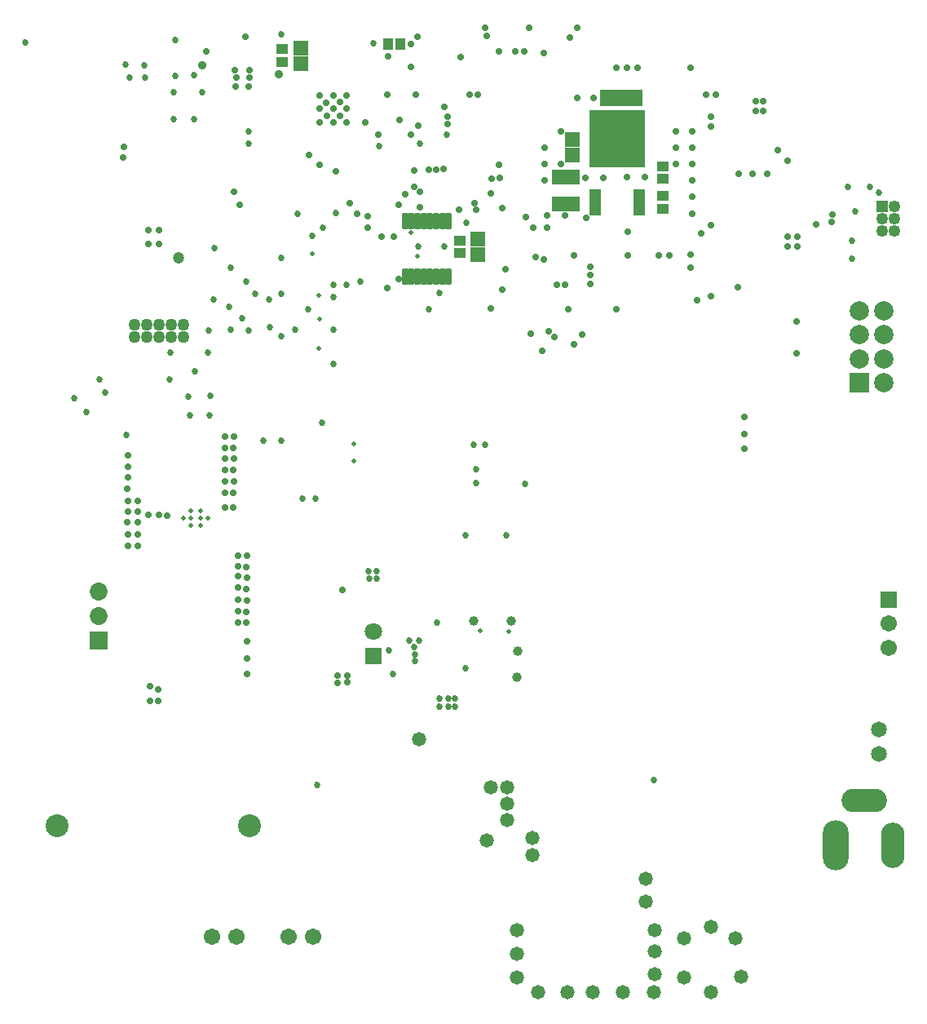
<source format=gbs>
G04*
G04 #@! TF.GenerationSoftware,Altium Limited,Altium Designer,21.3.2 (30)*
G04*
G04 Layer_Color=16711935*
%FSLAX25Y25*%
%MOIN*%
G70*
G04*
G04 #@! TF.SameCoordinates,6E51047B-58C7-44D0-8EEE-2D495A345CE8*
G04*
G04*
G04 #@! TF.FilePolarity,Negative*
G04*
G01*
G75*
%ADD74R,0.04147X0.04540*%
%ADD82R,0.04540X0.04147*%
%ADD87R,0.17335X0.06706*%
%ADD89R,0.06312X0.05918*%
%ADD109R,0.04737X0.04343*%
%ADD133R,0.07296X0.07296*%
%ADD134C,0.07296*%
%ADD135C,0.06737*%
%ADD136R,0.06737X0.06737*%
%ADD137C,0.06513*%
%ADD138R,0.07887X0.07887*%
%ADD139C,0.07887*%
%ADD140C,0.09363*%
%ADD141C,0.05013*%
%ADD142C,0.01981*%
%ADD143R,0.07119X0.07119*%
%ADD144C,0.07119*%
%ADD145O,0.10642X0.20485*%
%ADD146O,0.09658X0.18517*%
%ADD147O,0.18517X0.09658*%
%ADD148C,0.04934*%
%ADD149R,0.04934X0.04934*%
%ADD150C,0.05800*%
%ADD151C,0.02769*%
%ADD152C,0.02700*%
%ADD153C,0.03950*%
%ADD154C,0.03556*%
%ADD155C,0.04737*%
%ADD200R,0.04973X0.11036*%
%ADD201R,0.22973X0.23241*%
%ADD202R,0.11430X0.05918*%
G04:AMPARAMS|DCode=203|XSize=69.81mil|YSize=24.14mil|CornerRadius=6.02mil|HoleSize=0mil|Usage=FLASHONLY|Rotation=90.000|XOffset=0mil|YOffset=0mil|HoleType=Round|Shape=RoundedRectangle|*
%AMROUNDEDRECTD203*
21,1,0.06981,0.01211,0,0,90.0*
21,1,0.05778,0.02414,0,0,90.0*
1,1,0.01204,0.00605,0.02889*
1,1,0.01204,0.00605,-0.02889*
1,1,0.01204,-0.00605,-0.02889*
1,1,0.01204,-0.00605,0.02889*
%
%ADD203ROUNDEDRECTD203*%
D74*
X162677Y394290D02*
D03*
X157559D02*
D03*
D82*
X270141Y339270D02*
D03*
Y344388D02*
D03*
Y327065D02*
D03*
Y332183D02*
D03*
D87*
X253031Y372144D02*
D03*
D89*
X233133Y355215D02*
D03*
Y348916D02*
D03*
X194370Y308306D02*
D03*
Y314605D02*
D03*
X121929Y386317D02*
D03*
Y392616D02*
D03*
D109*
X186890Y308798D02*
D03*
Y314113D02*
D03*
X114449Y386810D02*
D03*
Y392125D02*
D03*
D133*
X39458Y150570D02*
D03*
D134*
Y160570D02*
D03*
Y170570D02*
D03*
D135*
X362303Y147638D02*
D03*
Y157480D02*
D03*
X95551Y29528D02*
D03*
X85551D02*
D03*
X117047D02*
D03*
X127047D02*
D03*
D136*
X362303Y167323D02*
D03*
D137*
X358268Y104331D02*
D03*
Y114331D02*
D03*
D138*
X350394Y255906D02*
D03*
D139*
X360236D02*
D03*
X350394Y265748D02*
D03*
X360236D02*
D03*
X350394Y275590D02*
D03*
X360236D02*
D03*
X350394Y285433D02*
D03*
X360236D02*
D03*
D140*
X101164Y74979D02*
D03*
X22424D02*
D03*
D141*
X54133Y274752D02*
D03*
Y279752D02*
D03*
X59133Y274752D02*
D03*
Y279752D02*
D03*
X64133Y274752D02*
D03*
Y279752D02*
D03*
X69133Y274752D02*
D03*
Y279752D02*
D03*
X74133Y274752D02*
D03*
Y279752D02*
D03*
D142*
X81121Y200514D02*
D03*
Y197463D02*
D03*
Y203565D02*
D03*
X76987Y200514D02*
D03*
Y197463D02*
D03*
Y203565D02*
D03*
X84074Y200514D02*
D03*
X74035D02*
D03*
X129487Y270114D02*
D03*
X129803Y282055D02*
D03*
X126844Y308522D02*
D03*
X129487Y291640D02*
D03*
X206914Y154248D02*
D03*
X195254Y154583D02*
D03*
X143874Y223911D02*
D03*
X143772Y230787D02*
D03*
X167106Y317420D02*
D03*
X169567Y307740D02*
D03*
D143*
X151878Y144248D02*
D03*
D144*
Y154248D02*
D03*
D145*
X340551Y66929D02*
D03*
D146*
X364173D02*
D03*
D147*
X352362Y85433D02*
D03*
D148*
X364705Y317835D02*
D03*
X359705D02*
D03*
X364705Y322835D02*
D03*
X359705D02*
D03*
X364705Y327835D02*
D03*
D149*
X359705D02*
D03*
D150*
X289783Y6885D02*
D03*
Y33588D02*
D03*
X266698Y14436D02*
D03*
X266542Y6885D02*
D03*
X231058Y6809D02*
D03*
X218998D02*
D03*
X253606Y6885D02*
D03*
X241545D02*
D03*
X206363Y83870D02*
D03*
X170423Y110346D02*
D03*
X199644Y90775D02*
D03*
X263043Y43960D02*
D03*
Y53400D02*
D03*
X210544Y22626D02*
D03*
Y12806D02*
D03*
Y32180D02*
D03*
X216675Y62841D02*
D03*
Y69996D02*
D03*
X266698Y23622D02*
D03*
Y32180D02*
D03*
X301968Y13415D02*
D03*
X278758Y12806D02*
D03*
X299828Y29048D02*
D03*
X278758D02*
D03*
X198066Y68880D02*
D03*
X206363Y77266D02*
D03*
Y90728D02*
D03*
D151*
X221535Y306347D02*
D03*
X174498Y343109D02*
D03*
X180404Y343251D02*
D03*
X167066Y357184D02*
D03*
X162445Y363207D02*
D03*
X59780Y318160D02*
D03*
Y312593D02*
D03*
X67355Y201715D02*
D03*
X55310Y194018D02*
D03*
X55249Y189446D02*
D03*
X55221Y198879D02*
D03*
X168494Y342497D02*
D03*
X83246Y391129D02*
D03*
X149280Y319244D02*
D03*
X155197Y315451D02*
D03*
X129803Y373325D02*
D03*
Y344796D02*
D03*
X99418Y397341D02*
D03*
X129803Y362302D02*
D03*
X97126Y328522D02*
D03*
X136299Y342311D02*
D03*
X135315Y362302D02*
D03*
X125472Y348835D02*
D03*
X186594Y326475D02*
D03*
X94549Y333857D02*
D03*
X167106Y385038D02*
D03*
X169567Y397341D02*
D03*
X135315Y373325D02*
D03*
X167106Y394290D02*
D03*
X180565Y368522D02*
D03*
X160163Y315575D02*
D03*
X169173Y373522D02*
D03*
X140827Y362302D02*
D03*
X129803Y367813D02*
D03*
X135315D02*
D03*
X140827D02*
D03*
Y373325D02*
D03*
X170846Y333857D02*
D03*
X161956Y298207D02*
D03*
X157264Y294723D02*
D03*
X168494Y335837D02*
D03*
X149280Y323916D02*
D03*
X144938Y324900D02*
D03*
X164578Y333069D02*
D03*
X139048Y171188D02*
D03*
X141116Y136407D02*
D03*
X95683Y380601D02*
D03*
X95479Y377028D02*
D03*
X51188Y212638D02*
D03*
X51216Y221592D02*
D03*
Y203206D02*
D03*
X51249Y217210D02*
D03*
X51277Y207778D02*
D03*
Y226164D02*
D03*
X51188Y198879D02*
D03*
X55353Y207778D02*
D03*
X55386Y203396D02*
D03*
X59756Y201819D02*
D03*
X63901D02*
D03*
X90910Y204923D02*
D03*
X90971Y220334D02*
D03*
X91000Y229287D02*
D03*
Y210901D02*
D03*
X91032Y224905D02*
D03*
X91061Y233859D02*
D03*
Y215473D02*
D03*
X94433Y204937D02*
D03*
X94494Y220347D02*
D03*
X94523Y210915D02*
D03*
Y229301D02*
D03*
X94555Y224919D02*
D03*
X94584Y233873D02*
D03*
Y215487D02*
D03*
X51216Y189446D02*
D03*
X51277Y194018D02*
D03*
X60504Y125942D02*
D03*
X96283Y167195D02*
D03*
X96222Y162623D02*
D03*
X63688Y125942D02*
D03*
X63752Y130596D02*
D03*
X96222Y157889D02*
D03*
Y180847D02*
D03*
Y172265D02*
D03*
X60504Y131868D02*
D03*
X96283Y185419D02*
D03*
Y176837D02*
D03*
X99843Y171704D02*
D03*
Y157889D02*
D03*
X99871Y162272D02*
D03*
Y180658D02*
D03*
X99904Y176276D02*
D03*
X99932Y166843D02*
D03*
Y185230D02*
D03*
Y150379D02*
D03*
Y143401D02*
D03*
Y137017D02*
D03*
X141116Y133621D02*
D03*
X303464Y228792D02*
D03*
X324653Y280956D02*
D03*
X303464Y235000D02*
D03*
X324664Y267881D02*
D03*
X303464Y241974D02*
D03*
X136906Y133160D02*
D03*
Y136407D02*
D03*
X95091Y383522D02*
D03*
X142205Y329231D02*
D03*
X231378Y285924D02*
D03*
X100847Y377028D02*
D03*
X216024Y275835D02*
D03*
X233740Y271679D02*
D03*
X157559Y389172D02*
D03*
X193681Y326502D02*
D03*
X177427Y343109D02*
D03*
X182067Y361711D02*
D03*
Y364664D02*
D03*
X148367Y362302D02*
D03*
X64133Y312593D02*
D03*
Y318160D02*
D03*
X220755Y268826D02*
D03*
X199862Y286317D02*
D03*
X204429Y294023D02*
D03*
X49659Y352276D02*
D03*
X49490Y347879D02*
D03*
X235118Y400884D02*
D03*
X236890Y275490D02*
D03*
X289715Y291435D02*
D03*
X255787Y317577D02*
D03*
X235118Y372144D02*
D03*
X281378Y384742D02*
D03*
X281968Y345372D02*
D03*
X228425D02*
D03*
X272716Y308011D02*
D03*
X281378Y308362D02*
D03*
X281968Y352065D02*
D03*
X241811Y372144D02*
D03*
X259724Y384742D02*
D03*
X268386Y308011D02*
D03*
X255394Y384742D02*
D03*
X251063D02*
D03*
X214055Y323719D02*
D03*
X221732Y352065D02*
D03*
Y345372D02*
D03*
Y338680D02*
D03*
X281968D02*
D03*
Y358758D02*
D03*
X228425D02*
D03*
X275276Y345372D02*
D03*
Y352065D02*
D03*
Y358758D02*
D03*
X187377Y389078D02*
D03*
X324882Y315646D02*
D03*
Y311512D02*
D03*
X321142D02*
D03*
Y315646D02*
D03*
X300669Y295077D02*
D03*
X203031Y391165D02*
D03*
X213425D02*
D03*
X221535Y390746D02*
D03*
X215236Y400884D02*
D03*
X197913Y397628D02*
D03*
X197520Y400884D02*
D03*
X193189Y329231D02*
D03*
X204311Y327179D02*
D03*
X153819Y357184D02*
D03*
X157264Y373522D02*
D03*
X205833Y302257D02*
D03*
X203031Y344930D02*
D03*
X194468Y373719D02*
D03*
X190925D02*
D03*
X209831Y391239D02*
D03*
X232165Y396947D02*
D03*
X238858Y323178D02*
D03*
X222716Y324408D02*
D03*
X229902D02*
D03*
X222716Y319388D02*
D03*
X217205D02*
D03*
X282067Y331987D02*
D03*
X281968Y324900D02*
D03*
X289715Y320405D02*
D03*
X285709Y316790D02*
D03*
X289577Y360727D02*
D03*
Y364565D02*
D03*
X291737Y373719D02*
D03*
X287677D02*
D03*
X262874Y339846D02*
D03*
X255452Y339861D02*
D03*
X245689Y339664D02*
D03*
X238464D02*
D03*
X311053Y366829D02*
D03*
X307953Y366928D02*
D03*
X311053Y370963D02*
D03*
X307953D02*
D03*
X321142Y346553D02*
D03*
X316968Y350983D02*
D03*
X312874Y341348D02*
D03*
X306633D02*
D03*
X301063D02*
D03*
X339201Y321738D02*
D03*
X339314Y324588D02*
D03*
X225866Y274515D02*
D03*
X223358Y276976D02*
D03*
X240401Y299802D02*
D03*
Y296160D02*
D03*
Y303404D02*
D03*
X132577Y365038D02*
D03*
X132543Y370438D02*
D03*
X138010Y370608D02*
D03*
X138112Y364936D02*
D03*
X101051Y380601D02*
D03*
X101063Y383522D02*
D03*
X170570Y327459D02*
D03*
X162087Y328739D02*
D03*
X170059Y360924D02*
D03*
X200177Y339320D02*
D03*
X199783Y333168D02*
D03*
X203524Y339664D02*
D03*
X226752Y295865D02*
D03*
X229902Y296061D02*
D03*
X332559Y320569D02*
D03*
X284134Y289723D02*
D03*
X255787Y308011D02*
D03*
X281378Y303010D02*
D03*
X251063Y285924D02*
D03*
X233740Y307813D02*
D03*
X217992Y307184D02*
D03*
D152*
X170708Y353522D02*
D03*
X120654Y324795D02*
D03*
X154154Y352754D02*
D03*
X178566Y292518D02*
D03*
X174498Y285924D02*
D03*
X348572Y326032D02*
D03*
X358537Y333463D02*
D03*
X50451Y385824D02*
D03*
X58158Y385530D02*
D03*
X58481Y380609D02*
D03*
X51894D02*
D03*
X69930Y363522D02*
D03*
X78534D02*
D03*
X100599Y277304D02*
D03*
X151697Y394489D02*
D03*
X99561Y297406D02*
D03*
X81761Y374509D02*
D03*
X114014Y398241D02*
D03*
X93352Y302787D02*
D03*
X78534Y381513D02*
D03*
X86834Y310884D02*
D03*
X114014Y306790D02*
D03*
X103425Y292409D02*
D03*
X181722Y357446D02*
D03*
X180815Y311708D02*
D03*
X136299Y325294D02*
D03*
X135530Y263755D02*
D03*
X135315Y277520D02*
D03*
X135504Y296061D02*
D03*
X140827D02*
D03*
X146352Y297406D02*
D03*
X9422Y395073D02*
D03*
X189772Y321258D02*
D03*
X135504Y291027D02*
D03*
X125129Y286025D02*
D03*
X98033Y282232D02*
D03*
X119613Y277520D02*
D03*
X114014Y274935D02*
D03*
X109429Y278713D02*
D03*
X92655Y287087D02*
D03*
X86536Y289910D02*
D03*
X126713Y315892D02*
D03*
X130984Y319244D02*
D03*
X189427Y193712D02*
D03*
X159814Y137017D02*
D03*
X170059Y311708D02*
D03*
X68688Y268124D02*
D03*
X83976D02*
D03*
X84526Y277304D02*
D03*
X93352Y277520D02*
D03*
X177749Y157889D02*
D03*
X206178Y193712D02*
D03*
X114014Y232321D02*
D03*
X106772Y232253D02*
D03*
X127904Y208468D02*
D03*
X122604Y208448D02*
D03*
X130555Y239739D02*
D03*
X39648Y257269D02*
D03*
X78652Y260717D02*
D03*
X68444Y257269D02*
D03*
X29407Y249544D02*
D03*
X85032Y250509D02*
D03*
X76102Y250441D02*
D03*
X42132Y252026D02*
D03*
X34270Y244026D02*
D03*
X84877Y242716D02*
D03*
X76639D02*
D03*
X153084Y175968D02*
D03*
X149940D02*
D03*
X153084Y178790D02*
D03*
X149817D02*
D03*
X185135Y123459D02*
D03*
X184928Y127044D02*
D03*
X170423Y150758D02*
D03*
X166274D02*
D03*
X168551Y142216D02*
D03*
Y144853D02*
D03*
X168428Y147854D02*
D03*
X158108Y146555D02*
D03*
X182325Y123753D02*
D03*
X178807Y123752D02*
D03*
X182245Y126994D02*
D03*
X178791D02*
D03*
X189427Y139302D02*
D03*
X193867Y220735D02*
D03*
Y214971D02*
D03*
X70788Y395892D02*
D03*
X70791Y381373D02*
D03*
X50770Y234662D02*
D03*
X347395Y313825D02*
D03*
X347402Y306591D02*
D03*
X69930Y374659D02*
D03*
X114014Y292409D02*
D03*
X266542Y93537D02*
D03*
X128719Y91655D02*
D03*
X109180Y290047D02*
D03*
X192560Y230693D02*
D03*
X197391D02*
D03*
X213867Y214691D02*
D03*
X354795Y335849D02*
D03*
X345701D02*
D03*
X100599Y353522D02*
D03*
Y358522D02*
D03*
D153*
X210544Y135605D02*
D03*
X192560Y158625D02*
D03*
X208030Y158641D02*
D03*
X210738Y146262D02*
D03*
D154*
X112995Y381886D02*
D03*
X81761Y385530D02*
D03*
D155*
X72165Y306790D02*
D03*
D200*
X242243Y329723D02*
D03*
X260243D02*
D03*
D201*
X251243Y355510D02*
D03*
D202*
X230377Y328837D02*
D03*
Y339861D02*
D03*
D203*
X182461Y299369D02*
D03*
X179902D02*
D03*
X177342D02*
D03*
X174783D02*
D03*
X172224D02*
D03*
X169665D02*
D03*
X167106D02*
D03*
X164547D02*
D03*
Y321967D02*
D03*
X167106D02*
D03*
X169665D02*
D03*
X172224D02*
D03*
X174783D02*
D03*
X177342D02*
D03*
X179902D02*
D03*
X182461D02*
D03*
M02*

</source>
